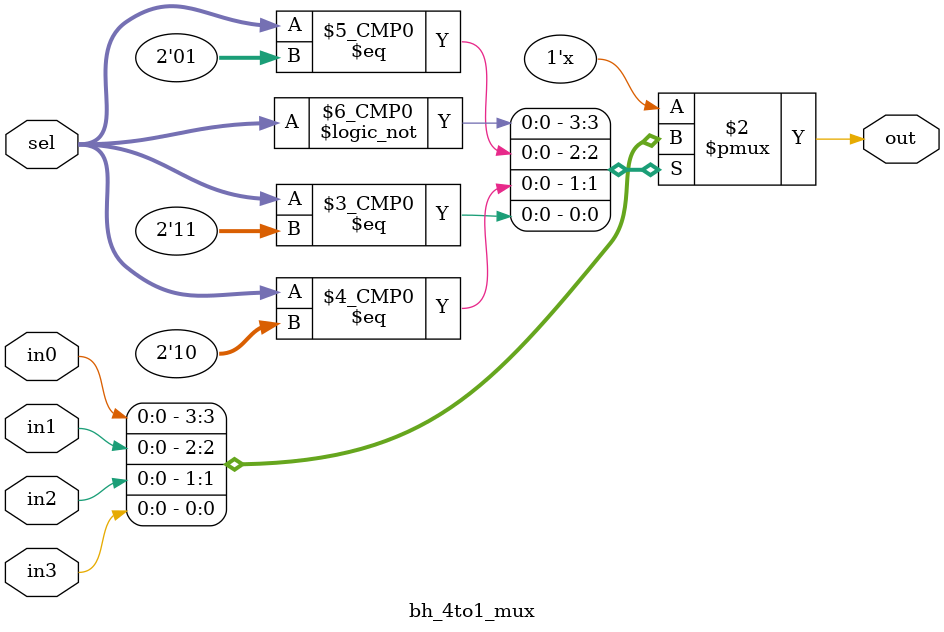
<source format=v>
/*
 *  Behavioral Style Verilog Code
 *  4-to-1 Multiplexer
 *  4 x 1bit input, 2-bits selection, out: 1bit
 */

module bh_4to1_mux(out, in0, in1, in2, in3, sel);
    output out;
    input  in0, in1, in2, in3;
    input  [1:0] sel;

    // register type 'out' should be declared for assignment
    reg    out;

    always @ (sel or in0 or in1 or in2 or in3) begin
         // out is assigned with case statements
         case (sel)
              2'b00: out = in0;
              2'b01: out = in1;
              2'b10: out = in2;
              2'b11: out = in3;
              
              // don't care for unexpected input
              default: out = 1'bx;
         endcase
    end
endmodule
</source>
